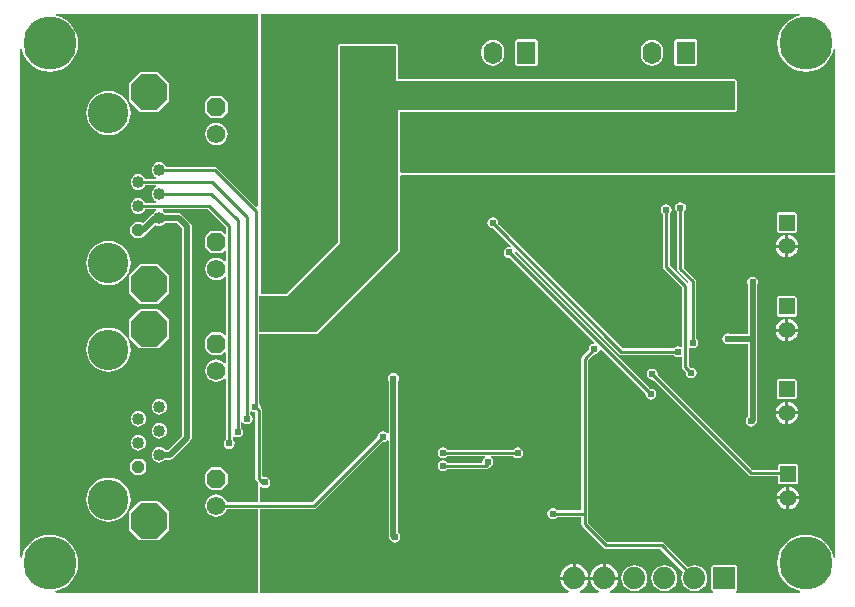
<source format=gbl>
G04 Layer_Physical_Order=2*
G04 Layer_Color=16711680*
%FSLAX25Y25*%
%MOIN*%
G70*
G01*
G75*
%ADD23C,0.02000*%
%ADD24C,0.01000*%
%ADD25C,0.11811*%
%ADD26C,0.17716*%
%ADD27C,0.07400*%
%ADD28R,0.07400X0.07400*%
%ADD29C,0.04000*%
%ADD30P,0.12784X8X292.5*%
%ADD31C,0.13500*%
%ADD32C,0.06200*%
%ADD33P,0.06711X8X292.5*%
%ADD34P,0.04330X8X292.5*%
%ADD35C,0.07874*%
%ADD36C,0.05512*%
%ADD37R,0.05512X0.05512*%
%ADD38R,0.06299X0.07402*%
%ADD39O,0.06299X0.07402*%
%ADD40C,0.02400*%
%ADD41C,0.01968*%
G36*
X261925Y194361D02*
X260142Y193820D01*
X258499Y192942D01*
X257059Y191760D01*
X255877Y190320D01*
X254999Y188676D01*
X254458Y186893D01*
X254275Y185039D01*
X254458Y183185D01*
X254999Y181402D01*
X255877Y179759D01*
X257059Y178319D01*
X258499Y177137D01*
X260142Y176259D01*
X261925Y175718D01*
X263779Y175535D01*
X265634Y175718D01*
X267417Y176259D01*
X269060Y177137D01*
X270500Y178319D01*
X271682Y179759D01*
X272560Y181402D01*
X273101Y183185D01*
X273584Y183108D01*
Y141732D01*
X129102Y141732D01*
X128602Y142175D01*
Y162343D01*
X240158D01*
X240617Y162533D01*
X240807Y162992D01*
X240807Y172441D01*
X240617Y172900D01*
X240158Y173090D01*
X127815Y173090D01*
X127815Y184252D01*
X127625Y184711D01*
X127165Y184901D01*
X108661D01*
X108202Y184711D01*
X108012Y184252D01*
X108012Y171653D01*
X108012Y171653D01*
X108012Y140945D01*
Y118773D01*
X90676Y101437D01*
X82284Y101437D01*
Y194843D01*
X261848Y194843D01*
X261925Y194361D01*
D02*
G37*
G36*
X81102Y130702D02*
X80640Y130510D01*
X67533Y143617D01*
X67169Y143861D01*
X66740Y143946D01*
X66740Y143946D01*
X50688D01*
X50610Y144136D01*
X50193Y144679D01*
X49650Y145096D01*
X49017Y145358D01*
X48339Y145447D01*
X47660Y145358D01*
X47027Y145096D01*
X46484Y144679D01*
X46068Y144136D01*
X45805Y143503D01*
X45716Y142824D01*
X45805Y142146D01*
X46068Y141513D01*
X46484Y140970D01*
X47027Y140553D01*
X47286Y140446D01*
X47187Y139946D01*
X43688D01*
X43610Y140136D01*
X43193Y140679D01*
X42650Y141095D01*
X42017Y141358D01*
X41339Y141447D01*
X40660Y141358D01*
X40027Y141095D01*
X39484Y140679D01*
X39068Y140136D01*
X38805Y139503D01*
X38716Y138824D01*
X38805Y138146D01*
X39068Y137513D01*
X39484Y136970D01*
X40027Y136553D01*
X40660Y136291D01*
X41339Y136202D01*
X42017Y136291D01*
X42650Y136553D01*
X43193Y136970D01*
X43610Y137513D01*
X43688Y137703D01*
X47187D01*
X47286Y137203D01*
X47027Y137095D01*
X46484Y136679D01*
X46068Y136136D01*
X45805Y135503D01*
X45716Y134824D01*
X45805Y134146D01*
X46068Y133513D01*
X46484Y132970D01*
X47027Y132553D01*
X47286Y132446D01*
X47187Y131946D01*
X43688D01*
X43610Y132136D01*
X43193Y132679D01*
X42650Y133096D01*
X42017Y133358D01*
X41339Y133447D01*
X40660Y133358D01*
X40027Y133096D01*
X39484Y132679D01*
X39068Y132136D01*
X38805Y131503D01*
X38716Y130824D01*
X38805Y130146D01*
X39068Y129513D01*
X39484Y128970D01*
X40027Y128553D01*
X40660Y128291D01*
X41339Y128202D01*
X42017Y128291D01*
X42650Y128553D01*
X43193Y128970D01*
X43610Y129513D01*
X43688Y129703D01*
X47187D01*
X47286Y129203D01*
X47027Y129095D01*
X46484Y128679D01*
X46228Y128344D01*
X46163Y128332D01*
X45634Y127978D01*
X42939Y125284D01*
X42798D01*
X42339Y125474D01*
X40339D01*
X39879Y125284D01*
X38879Y124284D01*
X38689Y123824D01*
Y121824D01*
X38879Y121365D01*
X39879Y120365D01*
X40339Y120175D01*
X42339D01*
X42798Y120365D01*
X43798Y121365D01*
X43918Y121656D01*
X43941Y121671D01*
X46912Y124642D01*
X47027Y124553D01*
X47660Y124291D01*
X48339Y124202D01*
X49017Y124291D01*
X49650Y124553D01*
X50193Y124970D01*
X50364Y125193D01*
X54112D01*
X55849Y123456D01*
Y54335D01*
X51104Y49590D01*
X50364D01*
X50193Y49813D01*
X49650Y50229D01*
X49017Y50491D01*
X48339Y50581D01*
X47660Y50491D01*
X47027Y50229D01*
X46484Y49813D01*
X46068Y49270D01*
X45805Y48637D01*
X45716Y47958D01*
X45805Y47280D01*
X46068Y46647D01*
X46484Y46104D01*
X47027Y45687D01*
X47660Y45425D01*
X48339Y45336D01*
X49017Y45425D01*
X49650Y45687D01*
X50193Y46104D01*
X50364Y46327D01*
X51780D01*
X52404Y46451D01*
X52933Y46805D01*
X58634Y52505D01*
X58987Y53035D01*
X59112Y53659D01*
Y124132D01*
X58987Y124756D01*
X58634Y125285D01*
X55941Y127978D01*
X55412Y128332D01*
X54787Y128456D01*
X50364D01*
X50193Y128679D01*
X49650Y129095D01*
X49391Y129203D01*
X49490Y129703D01*
X64496D01*
X70530Y123669D01*
Y121854D01*
X70069Y121663D01*
X69348Y122384D01*
X68889Y122574D01*
X65789D01*
X65329Y122384D01*
X63779Y120834D01*
X63589Y120374D01*
Y117274D01*
X63779Y116815D01*
X65329Y115265D01*
X65789Y115075D01*
X68889D01*
X69348Y115265D01*
X70069Y115986D01*
X70530Y115795D01*
Y112520D01*
X70057Y112360D01*
X69977Y112463D01*
X69204Y113056D01*
X68305Y113429D01*
X67339Y113556D01*
X66373Y113429D01*
X65473Y113056D01*
X64700Y112463D01*
X64107Y111690D01*
X63734Y110790D01*
X63607Y109824D01*
X63734Y108859D01*
X64107Y107958D01*
X64700Y107185D01*
X65473Y106593D01*
X66373Y106220D01*
X67339Y106093D01*
X68305Y106220D01*
X69204Y106593D01*
X69977Y107185D01*
X70057Y107289D01*
X70530Y107128D01*
Y87988D01*
X70069Y87797D01*
X69348Y88517D01*
X68889Y88708D01*
X65789D01*
X65329Y88517D01*
X63779Y86967D01*
X63589Y86508D01*
Y83408D01*
X63779Y82949D01*
X65329Y81399D01*
X65789Y81209D01*
X68889D01*
X69348Y81399D01*
X70069Y82120D01*
X70530Y81928D01*
Y78654D01*
X70057Y78494D01*
X69977Y78597D01*
X69204Y79190D01*
X68305Y79563D01*
X67339Y79690D01*
X66373Y79563D01*
X65473Y79190D01*
X64700Y78597D01*
X64107Y77824D01*
X63734Y76924D01*
X63607Y75958D01*
X63734Y74992D01*
X64107Y74092D01*
X64700Y73319D01*
X65473Y72726D01*
X66373Y72354D01*
X67339Y72226D01*
X68305Y72354D01*
X69204Y72726D01*
X69977Y73319D01*
X70057Y73423D01*
X70530Y73262D01*
Y53106D01*
X70354Y52988D01*
X69956Y52393D01*
X69817Y51691D01*
X69956Y50988D01*
X70354Y50393D01*
X70950Y49995D01*
X71652Y49855D01*
X72354Y49995D01*
X72950Y50393D01*
X73348Y50988D01*
X73487Y51691D01*
X73348Y52393D01*
X72950Y52988D01*
X72773Y53106D01*
Y54005D01*
X73273Y54222D01*
X73707Y53932D01*
X74410Y53792D01*
X75112Y53932D01*
X75707Y54330D01*
X76105Y54925D01*
X76245Y55628D01*
X76105Y56330D01*
X75707Y56925D01*
X75531Y57043D01*
Y58854D01*
X76031Y59005D01*
X76261Y58661D01*
X76857Y58263D01*
X77559Y58123D01*
X78261Y58263D01*
X78857Y58661D01*
X79255Y59256D01*
X79394Y59958D01*
X79255Y60661D01*
X78857Y61256D01*
X78681Y61374D01*
Y62270D01*
X79181Y62488D01*
X79613Y62200D01*
X80315Y62060D01*
X80374Y62011D01*
Y39880D01*
X80374Y39880D01*
X80460Y39450D01*
X80703Y39086D01*
X81102Y38687D01*
Y32080D01*
X70879D01*
X70570Y32824D01*
X69977Y33597D01*
X69204Y34190D01*
X68305Y34563D01*
X67339Y34690D01*
X66373Y34563D01*
X65473Y34190D01*
X64700Y33597D01*
X64107Y32824D01*
X63734Y31924D01*
X63607Y30958D01*
X63734Y29992D01*
X64107Y29092D01*
X64700Y28319D01*
X65473Y27726D01*
X66373Y27354D01*
X67339Y27226D01*
X68305Y27354D01*
X69204Y27726D01*
X69977Y28319D01*
X70570Y29092D01*
X70879Y29837D01*
X81102D01*
X81102Y2007D01*
X13742D01*
X13665Y2490D01*
X15448Y3030D01*
X17091Y3909D01*
X18531Y5091D01*
X19713Y6531D01*
X20592Y8174D01*
X21132Y9957D01*
X21315Y11811D01*
X21132Y13665D01*
X20592Y15448D01*
X19713Y17091D01*
X18531Y18531D01*
X17091Y19713D01*
X15448Y20592D01*
X13665Y21132D01*
X11811Y21315D01*
X9957Y21132D01*
X8174Y20592D01*
X6531Y19713D01*
X5091Y18531D01*
X3909Y17091D01*
X3030Y15448D01*
X2490Y13665D01*
X2007Y13742D01*
Y183108D01*
X2490Y183185D01*
X3030Y181402D01*
X3909Y179759D01*
X5091Y178319D01*
X6531Y177137D01*
X8174Y176259D01*
X9957Y175718D01*
X11811Y175535D01*
X13665Y175718D01*
X15448Y176259D01*
X17091Y177137D01*
X18531Y178319D01*
X19713Y179759D01*
X20592Y181402D01*
X21132Y183185D01*
X21315Y185039D01*
X21132Y186893D01*
X20592Y188676D01*
X19713Y190320D01*
X18531Y191760D01*
X17091Y192942D01*
X15448Y193820D01*
X13665Y194361D01*
X13742Y194843D01*
X81102Y194843D01*
X81102Y130702D01*
D02*
G37*
G36*
X273584Y13742D02*
X273101Y13665D01*
X272560Y15448D01*
X271682Y17091D01*
X270500Y18531D01*
X269060Y19713D01*
X267417Y20592D01*
X265634Y21132D01*
X263779Y21315D01*
X261925Y21132D01*
X260142Y20592D01*
X258499Y19713D01*
X257059Y18531D01*
X255877Y17091D01*
X254999Y15448D01*
X254458Y13665D01*
X254275Y11811D01*
X254458Y9957D01*
X254999Y8174D01*
X255877Y6531D01*
X257059Y5091D01*
X258499Y3909D01*
X260142Y3030D01*
X261925Y2490D01*
X261848Y2007D01*
X240608D01*
X240508Y2507D01*
X240852Y2649D01*
X241042Y3109D01*
Y10509D01*
X240852Y10968D01*
X240393Y11158D01*
X232993D01*
X232534Y10968D01*
X232344Y10509D01*
Y3109D01*
X232534Y2649D01*
X232877Y2507D01*
X232778Y2007D01*
X226995D01*
X226962Y2507D01*
X227815Y2619D01*
X228861Y3053D01*
X229760Y3742D01*
X230449Y4640D01*
X230882Y5686D01*
X231030Y6809D01*
X230882Y7931D01*
X230449Y8977D01*
X229760Y9876D01*
X228861Y10565D01*
X227815Y10998D01*
X226693Y11146D01*
X225570Y10998D01*
X224524Y10565D01*
X224524Y10564D01*
X216578Y18510D01*
X216214Y18753D01*
X215785Y18838D01*
X215785Y18838D01*
X197709D01*
X191279Y25268D01*
Y28346D01*
Y79457D01*
X193099Y81277D01*
X193307Y81236D01*
X194009Y81375D01*
X194605Y81773D01*
X195003Y82369D01*
X195111Y82911D01*
X195602Y83127D01*
X210411Y68318D01*
X210369Y68110D01*
X210509Y67408D01*
X210907Y66812D01*
X211502Y66415D01*
X212205Y66275D01*
X212907Y66415D01*
X213502Y66812D01*
X213900Y67408D01*
X214040Y68110D01*
X213900Y68813D01*
X213502Y69408D01*
X212907Y69806D01*
X212205Y69946D01*
X211997Y69904D01*
X166757Y115144D01*
X166759Y115170D01*
X166796Y115354D01*
X166778Y115443D01*
X166791Y115631D01*
X167207Y115853D01*
X201569Y81490D01*
X201569Y81490D01*
X201933Y81247D01*
X202362Y81162D01*
X202362Y81162D01*
X219844D01*
X219962Y80986D01*
X220557Y80588D01*
X221260Y80448D01*
X221962Y80588D01*
X222059Y80653D01*
X222500Y80417D01*
Y77165D01*
X222500Y77165D01*
X222586Y76736D01*
X222829Y76372D01*
X223797Y75405D01*
X223755Y75197D01*
X223895Y74494D01*
X224293Y73899D01*
X224888Y73501D01*
X225590Y73362D01*
X226293Y73501D01*
X226888Y73899D01*
X227286Y74494D01*
X227426Y75197D01*
X227286Y75899D01*
X226888Y76495D01*
X226293Y76892D01*
X225590Y77032D01*
X225383Y76991D01*
X224744Y77630D01*
Y83459D01*
X225244Y83727D01*
X225496Y83558D01*
X226198Y83418D01*
X226901Y83558D01*
X227496Y83956D01*
X227894Y84551D01*
X228034Y85254D01*
X227894Y85956D01*
X227496Y86551D01*
X227320Y86669D01*
Y105691D01*
X227320Y105691D01*
X227235Y106121D01*
X226992Y106484D01*
X226991Y106484D01*
X223169Y110307D01*
Y128900D01*
X223345Y129017D01*
X223743Y129613D01*
X223883Y130315D01*
X223743Y131017D01*
X223345Y131613D01*
X222750Y132010D01*
X222047Y132150D01*
X221345Y132010D01*
X220749Y131613D01*
X220352Y131017D01*
X220212Y130315D01*
X220352Y129613D01*
X220749Y129017D01*
X220926Y128900D01*
Y109843D01*
X220926Y109843D01*
X221011Y109413D01*
X221254Y109049D01*
X224831Y105473D01*
X224815Y105412D01*
X224763Y105375D01*
X224263Y105276D01*
X218444Y111094D01*
Y128112D01*
X218621Y128230D01*
X219018Y128825D01*
X219158Y129528D01*
X219018Y130230D01*
X218621Y130825D01*
X218025Y131223D01*
X217323Y131363D01*
X216620Y131223D01*
X216025Y130825D01*
X215627Y130230D01*
X215488Y129528D01*
X215627Y128825D01*
X216025Y128230D01*
X216201Y128112D01*
Y110630D01*
X216201Y110630D01*
X216287Y110201D01*
X216530Y109837D01*
X222500Y103866D01*
Y84150D01*
X222059Y83914D01*
X221962Y83979D01*
X221260Y84119D01*
X220557Y83979D01*
X219962Y83581D01*
X219844Y83405D01*
X202827D01*
X161243Y124989D01*
X161284Y125197D01*
X161144Y125899D01*
X160747Y126495D01*
X160151Y126892D01*
X159449Y127032D01*
X158747Y126892D01*
X158151Y126495D01*
X157753Y125899D01*
X157614Y125197D01*
X157753Y124495D01*
X158151Y123899D01*
X158747Y123501D01*
X159449Y123362D01*
X159657Y123403D01*
X165459Y117600D01*
X165213Y117139D01*
X164961Y117190D01*
X164258Y117050D01*
X163663Y116652D01*
X163265Y116057D01*
X163125Y115354D01*
X163265Y114652D01*
X163663Y114057D01*
X164258Y113659D01*
X164961Y113519D01*
X165168Y113560D01*
X193363Y85366D01*
X193147Y84874D01*
X192605Y84766D01*
X192009Y84369D01*
X191612Y83773D01*
X191472Y83071D01*
X191513Y82863D01*
X189364Y80714D01*
X189121Y80351D01*
X189036Y79921D01*
X189036Y79921D01*
Y29468D01*
X180943D01*
X180825Y29644D01*
X180230Y30042D01*
X179528Y30182D01*
X178825Y30042D01*
X178230Y29644D01*
X177832Y29049D01*
X177692Y28346D01*
X177832Y27644D01*
X178230Y27049D01*
X178825Y26651D01*
X179528Y26511D01*
X180230Y26651D01*
X180825Y27049D01*
X180943Y27225D01*
X189036D01*
Y24803D01*
X189036Y24803D01*
X189121Y24374D01*
X189364Y24010D01*
X196451Y16924D01*
X196815Y16680D01*
X197244Y16595D01*
X197244Y16595D01*
X215320D01*
X222937Y8978D01*
X222937Y8977D01*
X222504Y7931D01*
X222356Y6809D01*
X222504Y5686D01*
X222937Y4640D01*
X223626Y3742D01*
X224524Y3053D01*
X225570Y2619D01*
X226424Y2507D01*
X226391Y2007D01*
X216995D01*
X216962Y2507D01*
X217815Y2619D01*
X218862Y3053D01*
X219760Y3742D01*
X220449Y4640D01*
X220882Y5686D01*
X221030Y6809D01*
X220882Y7931D01*
X220449Y8977D01*
X219760Y9876D01*
X218862Y10565D01*
X217815Y10998D01*
X216693Y11146D01*
X215570Y10998D01*
X214524Y10565D01*
X213626Y9876D01*
X212937Y8977D01*
X212504Y7931D01*
X212356Y6809D01*
X212504Y5686D01*
X212937Y4640D01*
X213626Y3742D01*
X214524Y3053D01*
X215570Y2619D01*
X216424Y2507D01*
X216391Y2007D01*
X206995D01*
X206962Y2507D01*
X207815Y2619D01*
X208861Y3053D01*
X209760Y3742D01*
X210449Y4640D01*
X210882Y5686D01*
X211030Y6809D01*
X210882Y7931D01*
X210449Y8977D01*
X209760Y9876D01*
X208861Y10565D01*
X207815Y10998D01*
X206693Y11146D01*
X205570Y10998D01*
X204524Y10565D01*
X203626Y9876D01*
X202937Y8977D01*
X202504Y7931D01*
X202356Y6809D01*
X202504Y5686D01*
X202937Y4640D01*
X203626Y3742D01*
X204524Y3053D01*
X205570Y2619D01*
X206424Y2507D01*
X206391Y2007D01*
X198689D01*
X198590Y2507D01*
X199063Y2703D01*
X200045Y3457D01*
X200798Y4438D01*
X201272Y5582D01*
X201368Y6309D01*
X196693D01*
X192018D01*
X192114Y5582D01*
X192587Y4438D01*
X193341Y3457D01*
X194323Y2703D01*
X194796Y2507D01*
X194697Y2007D01*
X188689D01*
X188590Y2507D01*
X189063Y2703D01*
X190045Y3457D01*
X190798Y4438D01*
X191272Y5582D01*
X191368Y6309D01*
X186693D01*
X182018D01*
X182114Y5582D01*
X182588Y4438D01*
X183341Y3457D01*
X184323Y2703D01*
X184796Y2507D01*
X184697Y2007D01*
X81752D01*
X81752Y29837D01*
X99856D01*
X99856Y29837D01*
X100285Y29922D01*
X100649Y30165D01*
X122627Y52143D01*
X122835Y52102D01*
X123537Y52241D01*
X124132Y52639D01*
X124247Y52810D01*
X124747Y52659D01*
Y20866D01*
X124871Y20242D01*
X125030Y20004D01*
X125076Y19770D01*
X125474Y19175D01*
X126069Y18777D01*
X126772Y18637D01*
X127474Y18777D01*
X128069Y19175D01*
X128467Y19770D01*
X128607Y20472D01*
X128467Y21175D01*
X128069Y21770D01*
X128009Y21810D01*
Y72546D01*
X128074Y72642D01*
X128213Y73344D01*
X128074Y74046D01*
X127676Y74642D01*
X127080Y75040D01*
X126378Y75179D01*
X125676Y75040D01*
X125080Y74642D01*
X124682Y74046D01*
X124543Y73344D01*
X124682Y72642D01*
X124747Y72546D01*
Y55216D01*
X124247Y55064D01*
X124132Y55235D01*
X123537Y55633D01*
X122835Y55772D01*
X122132Y55633D01*
X121537Y55235D01*
X121139Y54639D01*
X120999Y53937D01*
X121041Y53729D01*
X99391Y32080D01*
X81752D01*
Y37122D01*
X81939Y37248D01*
X82252Y37344D01*
X82762Y37003D01*
X83465Y36863D01*
X84167Y37003D01*
X84762Y37401D01*
X85160Y37996D01*
X85300Y38698D01*
X85160Y39401D01*
X84762Y39996D01*
X84167Y40394D01*
X83465Y40534D01*
X83118Y40465D01*
X82618Y40853D01*
Y62714D01*
X82618Y62714D01*
X82532Y63143D01*
X82289Y63507D01*
X82289Y63507D01*
X82109Y63687D01*
X82150Y63895D01*
X82011Y64598D01*
X81633Y65162D01*
Y88327D01*
X100787D01*
X101247Y88517D01*
X128412Y115682D01*
X128602Y116142D01*
Y140741D01*
X128683Y140863D01*
X128924Y141034D01*
X129102Y141083D01*
X273584Y141083D01*
Y13742D01*
D02*
G37*
G36*
X127165Y172441D02*
X240158Y172441D01*
X240158Y162992D01*
X127953D01*
Y140945D01*
Y116142D01*
X100787Y88976D01*
X81633D01*
Y100787D01*
X90945Y100787D01*
X108661Y118504D01*
Y140945D01*
X108661Y171653D01*
X108661D01*
X108661Y184252D01*
X127165D01*
X127165Y172441D01*
D02*
G37*
%LPC*%
G36*
X226992Y186356D02*
X220693D01*
X220234Y186165D01*
X220043Y185706D01*
Y178305D01*
X220234Y177846D01*
X220693Y177655D01*
X226992D01*
X227451Y177846D01*
X227642Y178305D01*
Y185706D01*
X227451Y186165D01*
X226992Y186356D01*
D02*
G37*
G36*
X173843D02*
X167543D01*
X167084Y186165D01*
X166894Y185706D01*
Y178305D01*
X167084Y177846D01*
X167543Y177655D01*
X173843D01*
X174302Y177846D01*
X174492Y178305D01*
Y185706D01*
X174302Y186165D01*
X173843Y186356D01*
D02*
G37*
G36*
X212598Y186339D02*
X211620Y186210D01*
X210707Y185832D01*
X209924Y185231D01*
X209323Y184448D01*
X208945Y183536D01*
X208817Y182557D01*
Y181454D01*
X208945Y180475D01*
X209323Y179563D01*
X209924Y178780D01*
X210707Y178179D01*
X211620Y177801D01*
X212598Y177672D01*
X213577Y177801D01*
X214489Y178179D01*
X215273Y178780D01*
X215874Y179563D01*
X216251Y180475D01*
X216380Y181454D01*
Y182557D01*
X216251Y183536D01*
X215874Y184448D01*
X215273Y185231D01*
X214489Y185832D01*
X213577Y186210D01*
X212598Y186339D01*
D02*
G37*
G36*
X159449D02*
X158470Y186210D01*
X157558Y185832D01*
X156775Y185231D01*
X156174Y184448D01*
X155796Y183536D01*
X155667Y182557D01*
Y181454D01*
X155796Y180475D01*
X156174Y179563D01*
X156775Y178780D01*
X157558Y178179D01*
X158470Y177801D01*
X159449Y177672D01*
X160428Y177801D01*
X161340Y178179D01*
X162123Y178780D01*
X162724Y179563D01*
X163102Y180475D01*
X163231Y181454D01*
Y182557D01*
X163102Y183536D01*
X162724Y184448D01*
X162123Y185231D01*
X161340Y185832D01*
X160428Y186210D01*
X159449Y186339D01*
D02*
G37*
G36*
X48339Y58581D02*
X47660Y58491D01*
X47027Y58229D01*
X46484Y57813D01*
X46068Y57270D01*
X45805Y56637D01*
X45716Y55958D01*
X45805Y55279D01*
X46068Y54647D01*
X46484Y54104D01*
X47027Y53687D01*
X47660Y53425D01*
X48339Y53336D01*
X49017Y53425D01*
X49650Y53687D01*
X50193Y54104D01*
X50610Y54647D01*
X50872Y55279D01*
X50961Y55958D01*
X50872Y56637D01*
X50610Y57270D01*
X50193Y57813D01*
X49650Y58229D01*
X49017Y58491D01*
X48339Y58581D01*
D02*
G37*
G36*
X41339Y62581D02*
X40660Y62491D01*
X40027Y62229D01*
X39484Y61813D01*
X39068Y61269D01*
X38805Y60637D01*
X38716Y59958D01*
X38805Y59280D01*
X39068Y58647D01*
X39484Y58104D01*
X40027Y57687D01*
X40660Y57425D01*
X41339Y57336D01*
X42017Y57425D01*
X42650Y57687D01*
X43193Y58104D01*
X43610Y58647D01*
X43872Y59280D01*
X43961Y59958D01*
X43872Y60637D01*
X43610Y61269D01*
X43193Y61813D01*
X42650Y62229D01*
X42017Y62491D01*
X41339Y62581D01*
D02*
G37*
G36*
X42339Y46608D02*
X40339D01*
X39879Y46417D01*
X38879Y45417D01*
X38689Y44958D01*
Y42958D01*
X38879Y42499D01*
X39879Y41499D01*
X40339Y41309D01*
X42339D01*
X42798Y41499D01*
X43798Y42499D01*
X43988Y42958D01*
Y44958D01*
X43798Y45417D01*
X42798Y46417D01*
X42663Y46473D01*
X42339Y46608D01*
D02*
G37*
G36*
X41339Y54581D02*
X40660Y54491D01*
X40027Y54229D01*
X39484Y53813D01*
X39068Y53269D01*
X38805Y52637D01*
X38716Y51958D01*
X38805Y51279D01*
X39068Y50647D01*
X39484Y50104D01*
X40027Y49687D01*
X40660Y49425D01*
X41339Y49336D01*
X42017Y49425D01*
X42650Y49687D01*
X43193Y50104D01*
X43610Y50647D01*
X43872Y51279D01*
X43961Y51958D01*
X43872Y52637D01*
X43610Y53269D01*
X43193Y53813D01*
X42650Y54229D01*
X42017Y54491D01*
X41339Y54581D01*
D02*
G37*
G36*
X48339Y66581D02*
X47660Y66491D01*
X47027Y66229D01*
X46484Y65813D01*
X46068Y65270D01*
X45805Y64637D01*
X45716Y63958D01*
X45805Y63279D01*
X46068Y62647D01*
X46484Y62104D01*
X47027Y61687D01*
X47660Y61425D01*
X48339Y61336D01*
X49017Y61425D01*
X49650Y61687D01*
X50193Y62104D01*
X50610Y62647D01*
X50872Y63279D01*
X50961Y63958D01*
X50872Y64637D01*
X50610Y65270D01*
X50193Y65813D01*
X49650Y66229D01*
X49017Y66491D01*
X48339Y66581D01*
D02*
G37*
G36*
X47791Y32513D02*
X41886D01*
X41427Y32323D01*
X38474Y29370D01*
X38284Y28911D01*
Y23006D01*
X38474Y22546D01*
X41427Y19593D01*
X41886Y19403D01*
X47791D01*
X48250Y19593D01*
X51203Y22546D01*
X51394Y23006D01*
Y28911D01*
X51203Y29370D01*
X48250Y32323D01*
X47791Y32513D01*
D02*
G37*
G36*
X31339Y40344D02*
X29898Y40202D01*
X28512Y39782D01*
X27235Y39099D01*
X26116Y38181D01*
X25198Y37062D01*
X24515Y35785D01*
X24095Y34399D01*
X23953Y32958D01*
X24095Y31517D01*
X24515Y30132D01*
X25198Y28855D01*
X26116Y27736D01*
X27235Y26817D01*
X28512Y26135D01*
X29898Y25715D01*
X31339Y25573D01*
X32779Y25715D01*
X34165Y26135D01*
X35442Y26817D01*
X36561Y27736D01*
X37479Y28855D01*
X38162Y30132D01*
X38582Y31517D01*
X38724Y32958D01*
X38582Y34399D01*
X38162Y35785D01*
X37479Y37062D01*
X36561Y38181D01*
X35442Y39099D01*
X34165Y39782D01*
X32779Y40202D01*
X31339Y40344D01*
D02*
G37*
G36*
X68889Y43708D02*
X65789D01*
X65329Y43518D01*
X63779Y41967D01*
X63589Y41508D01*
Y38408D01*
X63779Y37949D01*
X65329Y36399D01*
X65789Y36209D01*
X68889D01*
X69348Y36399D01*
X70898Y37949D01*
X71088Y38408D01*
Y41508D01*
X70898Y41967D01*
X69348Y43518D01*
X68889Y43708D01*
D02*
G37*
G36*
X47791Y175379D02*
X41886D01*
X41427Y175189D01*
X38474Y172236D01*
X38284Y171777D01*
Y165872D01*
X38474Y165412D01*
X41427Y162460D01*
X41886Y162269D01*
X47791D01*
X48250Y162460D01*
X51203Y165412D01*
X51394Y165872D01*
Y171777D01*
X51203Y172236D01*
X48250Y175189D01*
X47791Y175379D01*
D02*
G37*
G36*
X68889Y167574D02*
X65789D01*
X65329Y167384D01*
X63779Y165834D01*
X63589Y165374D01*
Y162274D01*
X63779Y161815D01*
X65329Y160265D01*
X65789Y160075D01*
X68889D01*
X69348Y160265D01*
X70898Y161815D01*
X71088Y162274D01*
Y165374D01*
X70898Y165834D01*
X69348Y167384D01*
X68889Y167574D01*
D02*
G37*
G36*
X67339Y158556D02*
X66373Y158429D01*
X65473Y158056D01*
X64700Y157463D01*
X64107Y156690D01*
X63734Y155790D01*
X63607Y154824D01*
X63734Y153858D01*
X64107Y152958D01*
X64700Y152185D01*
X65473Y151593D01*
X66373Y151220D01*
X67339Y151093D01*
X68305Y151220D01*
X69204Y151593D01*
X69977Y152185D01*
X70570Y152958D01*
X70943Y153858D01*
X71070Y154824D01*
X70943Y155790D01*
X70570Y156690D01*
X69977Y157463D01*
X69204Y158056D01*
X68305Y158429D01*
X67339Y158556D01*
D02*
G37*
G36*
X31339Y169210D02*
X29898Y169068D01*
X28512Y168648D01*
X27235Y167965D01*
X26116Y167047D01*
X25198Y165928D01*
X24515Y164651D01*
X24095Y163265D01*
X23953Y161824D01*
X24095Y160384D01*
X24515Y158998D01*
X25198Y157721D01*
X26116Y156602D01*
X27235Y155684D01*
X28512Y155001D01*
X29898Y154581D01*
X31339Y154439D01*
X32779Y154581D01*
X34165Y155001D01*
X35442Y155684D01*
X36561Y156602D01*
X37479Y157721D01*
X38162Y158998D01*
X38582Y160384D01*
X38724Y161824D01*
X38582Y163265D01*
X38162Y164651D01*
X37479Y165928D01*
X36561Y167047D01*
X35442Y167965D01*
X34165Y168648D01*
X32779Y169068D01*
X31339Y169210D01*
D02*
G37*
G36*
Y119210D02*
X29898Y119068D01*
X28512Y118648D01*
X27235Y117965D01*
X26116Y117047D01*
X25198Y115928D01*
X24515Y114651D01*
X24095Y113265D01*
X23953Y111824D01*
X24095Y110384D01*
X24515Y108998D01*
X25198Y107721D01*
X26116Y106602D01*
X27235Y105684D01*
X28512Y105001D01*
X29898Y104581D01*
X31339Y104439D01*
X32779Y104581D01*
X34165Y105001D01*
X35442Y105684D01*
X36561Y106602D01*
X37479Y107721D01*
X38162Y108998D01*
X38582Y110384D01*
X38724Y111824D01*
X38582Y113265D01*
X38162Y114651D01*
X37479Y115928D01*
X36561Y117047D01*
X35442Y117965D01*
X34165Y118648D01*
X32779Y119068D01*
X31339Y119210D01*
D02*
G37*
G36*
Y90344D02*
X29898Y90202D01*
X28512Y89782D01*
X27235Y89099D01*
X26116Y88181D01*
X25198Y87062D01*
X24515Y85785D01*
X24095Y84399D01*
X23953Y82958D01*
X24095Y81517D01*
X24515Y80132D01*
X25198Y78855D01*
X26116Y77736D01*
X27235Y76817D01*
X28512Y76135D01*
X29898Y75715D01*
X31339Y75573D01*
X32779Y75715D01*
X34165Y76135D01*
X35442Y76817D01*
X36561Y77736D01*
X37479Y78855D01*
X38162Y80132D01*
X38582Y81517D01*
X38724Y82958D01*
X38582Y84399D01*
X38162Y85785D01*
X37479Y87062D01*
X36561Y88181D01*
X35442Y89099D01*
X34165Y89782D01*
X32779Y90202D01*
X31339Y90344D01*
D02*
G37*
G36*
X47791Y96513D02*
X41886D01*
X41427Y96323D01*
X38474Y93370D01*
X38284Y92911D01*
Y87006D01*
X38474Y86546D01*
X41427Y83593D01*
X41886Y83403D01*
X47791D01*
X48250Y83593D01*
X51203Y86546D01*
X51394Y87006D01*
Y92911D01*
X51203Y93370D01*
X48250Y96323D01*
X47791Y96513D01*
D02*
G37*
G36*
Y111379D02*
X41886D01*
X41427Y111189D01*
X38474Y108236D01*
X38284Y107777D01*
Y101872D01*
X38474Y101412D01*
X41427Y98460D01*
X41886Y98269D01*
X47791D01*
X48250Y98460D01*
X51203Y101412D01*
X51394Y101872D01*
Y107777D01*
X51203Y108236D01*
X48250Y111189D01*
X47791Y111379D01*
D02*
G37*
G36*
X167717Y50376D02*
X167014Y50236D01*
X166419Y49839D01*
X166301Y49663D01*
X144329D01*
X144211Y49839D01*
X143616Y50236D01*
X142913Y50376D01*
X142211Y50236D01*
X141616Y49839D01*
X141218Y49243D01*
X141078Y48541D01*
X141218Y47839D01*
X141616Y47243D01*
X142211Y46845D01*
X142913Y46706D01*
X143616Y46845D01*
X144211Y47243D01*
X144329Y47419D01*
X156769D01*
X156921Y46919D01*
X156576Y46689D01*
X156178Y46094D01*
X156039Y45391D01*
X155990Y45332D01*
X144329D01*
X144211Y45508D01*
X143616Y45906D01*
X142913Y46046D01*
X142211Y45906D01*
X141616Y45508D01*
X141218Y44913D01*
X141078Y44210D01*
X141218Y43508D01*
X141616Y42913D01*
X142211Y42515D01*
X142913Y42375D01*
X143616Y42515D01*
X144211Y42913D01*
X144329Y43089D01*
X157087D01*
X157087Y43089D01*
X157516Y43174D01*
X157880Y43417D01*
X158054Y43592D01*
X158576Y43696D01*
X159172Y44094D01*
X159570Y44689D01*
X159709Y45391D01*
X159570Y46094D01*
X159172Y46689D01*
X158827Y46919D01*
X158979Y47419D01*
X166301D01*
X166419Y47243D01*
X167014Y46845D01*
X167717Y46706D01*
X168419Y46845D01*
X169014Y47243D01*
X169412Y47839D01*
X169552Y48541D01*
X169412Y49243D01*
X169014Y49839D01*
X168419Y50236D01*
X167717Y50376D01*
D02*
G37*
G36*
X256980Y61427D02*
X253758D01*
X253821Y60946D01*
X254200Y60033D01*
X254802Y59248D01*
X255586Y58646D01*
X256500Y58268D01*
X256980Y58204D01*
Y61427D01*
D02*
G37*
G36*
X257980Y65649D02*
Y62427D01*
X261203D01*
X261140Y62907D01*
X260761Y63821D01*
X260159Y64605D01*
X259374Y65208D01*
X258461Y65586D01*
X257980Y65649D01*
D02*
G37*
G36*
X260236Y73206D02*
X254724D01*
X254265Y73016D01*
X254075Y72557D01*
Y67045D01*
X254265Y66586D01*
X254724Y66395D01*
X260236D01*
X260695Y66586D01*
X260886Y67045D01*
Y72557D01*
X260695Y73016D01*
X260236Y73206D01*
D02*
G37*
G36*
X256980Y65649D02*
X256500Y65586D01*
X255586Y65208D01*
X254802Y64605D01*
X254200Y63821D01*
X253821Y62907D01*
X253758Y62427D01*
X256980D01*
Y65649D01*
D02*
G37*
G36*
X261203Y61427D02*
X257980D01*
Y58204D01*
X258461Y58268D01*
X259374Y58646D01*
X260159Y59248D01*
X260761Y60033D01*
X261140Y60946D01*
X261203Y61427D01*
D02*
G37*
G36*
X212598Y76638D02*
X211896Y76499D01*
X211301Y76101D01*
X210903Y75506D01*
X210763Y74803D01*
X210903Y74101D01*
X211301Y73505D01*
X211896Y73108D01*
X212598Y72968D01*
X212806Y73009D01*
X244760Y41055D01*
X244760Y41055D01*
X245124Y40812D01*
X245554Y40727D01*
X254469D01*
Y38698D01*
X254659Y38239D01*
X255118Y38049D01*
X260630D01*
X261089Y38239D01*
X261279Y38698D01*
Y44210D01*
X261089Y44669D01*
X260630Y44860D01*
X255118D01*
X254659Y44669D01*
X254469Y44210D01*
Y42970D01*
X246018D01*
X214392Y74595D01*
X214434Y74803D01*
X214294Y75506D01*
X213896Y76101D01*
X213301Y76499D01*
X212598Y76638D01*
D02*
G37*
G36*
X197193Y11483D02*
Y7309D01*
X201368D01*
X201272Y8036D01*
X200798Y9179D01*
X200045Y10161D01*
X199063Y10914D01*
X197920Y11388D01*
X197193Y11483D01*
D02*
G37*
G36*
X187193D02*
Y7309D01*
X191368D01*
X191272Y8036D01*
X190798Y9179D01*
X190045Y10161D01*
X189063Y10914D01*
X187920Y11388D01*
X187193Y11483D01*
D02*
G37*
G36*
X186193Y11483D02*
X185466Y11388D01*
X184323Y10914D01*
X183341Y10161D01*
X182588Y9179D01*
X182114Y8036D01*
X182018Y7309D01*
X186193D01*
Y11483D01*
D02*
G37*
G36*
X196193D02*
X195466Y11388D01*
X194323Y10914D01*
X193341Y10161D01*
X192587Y9179D01*
X192114Y8036D01*
X192018Y7309D01*
X196193D01*
Y11483D01*
D02*
G37*
G36*
X258374Y37303D02*
Y34080D01*
X261596D01*
X261533Y34561D01*
X261155Y35475D01*
X260553Y36259D01*
X259768Y36861D01*
X258855Y37240D01*
X258374Y37303D01*
D02*
G37*
G36*
X257374Y37303D02*
X256893Y37240D01*
X255980Y36861D01*
X255195Y36259D01*
X254593Y35475D01*
X254215Y34561D01*
X254152Y34080D01*
X257374D01*
Y37303D01*
D02*
G37*
G36*
X261596Y33080D02*
X258374D01*
Y29858D01*
X258855Y29921D01*
X259768Y30299D01*
X260553Y30902D01*
X261155Y31686D01*
X261533Y32600D01*
X261596Y33080D01*
D02*
G37*
G36*
X257374D02*
X254152D01*
X254215Y32600D01*
X254593Y31686D01*
X255195Y30902D01*
X255980Y30299D01*
X256893Y29921D01*
X257374Y29858D01*
Y33080D01*
D02*
G37*
G36*
X257980Y121161D02*
Y117939D01*
X261203D01*
X261140Y118419D01*
X260761Y119333D01*
X260159Y120117D01*
X259374Y120719D01*
X258461Y121098D01*
X257980Y121161D01*
D02*
G37*
G36*
X260236Y128718D02*
X254724D01*
X254265Y128528D01*
X254075Y128068D01*
Y122557D01*
X254265Y122098D01*
X254724Y121907D01*
X260236D01*
X260695Y122098D01*
X260886Y122557D01*
Y128068D01*
X260695Y128528D01*
X260236Y128718D01*
D02*
G37*
G36*
X256980Y121161D02*
X256500Y121098D01*
X255586Y120719D01*
X254802Y120117D01*
X254200Y119333D01*
X253821Y118419D01*
X253758Y117939D01*
X256980D01*
Y121161D01*
D02*
G37*
G36*
X261203Y116939D02*
X257980D01*
Y113716D01*
X258461Y113779D01*
X259374Y114158D01*
X260159Y114760D01*
X260761Y115544D01*
X261140Y116458D01*
X261203Y116939D01*
D02*
G37*
G36*
X256980D02*
X253758D01*
X253821Y116458D01*
X254200Y115544D01*
X254802Y114760D01*
X255586Y114158D01*
X256500Y113779D01*
X256980Y113716D01*
Y116939D01*
D02*
G37*
G36*
X256980Y88986D02*
X253758D01*
X253821Y88505D01*
X254200Y87592D01*
X254802Y86807D01*
X255586Y86205D01*
X256500Y85827D01*
X256980Y85763D01*
Y88986D01*
D02*
G37*
G36*
X261203D02*
X257980D01*
Y85763D01*
X258461Y85827D01*
X259374Y86205D01*
X260159Y86807D01*
X260761Y87592D01*
X261140Y88505D01*
X261203Y88986D01*
D02*
G37*
G36*
X246063Y107347D02*
X245361Y107207D01*
X244765Y106809D01*
X244367Y106214D01*
X244228Y105512D01*
X244367Y104809D01*
X244432Y104713D01*
Y88245D01*
X238594D01*
X238498Y88310D01*
X237795Y88449D01*
X237093Y88310D01*
X236498Y87912D01*
X236100Y87317D01*
X235960Y86614D01*
X236100Y85912D01*
X236498Y85316D01*
X237093Y84919D01*
X237795Y84779D01*
X238498Y84919D01*
X238594Y84983D01*
X244432D01*
Y60393D01*
X244372Y60353D01*
X243974Y59757D01*
X243834Y59055D01*
X243974Y58353D01*
X244372Y57757D01*
X244967Y57360D01*
X245669Y57220D01*
X246372Y57360D01*
X246967Y57757D01*
X247365Y58353D01*
X247413Y58597D01*
X247570Y58831D01*
X247694Y59456D01*
Y86614D01*
X247655Y86811D01*
X247694Y87008D01*
Y104713D01*
X247759Y104809D01*
X247898Y105512D01*
X247759Y106214D01*
X247361Y106809D01*
X246765Y107207D01*
X246063Y107347D01*
D02*
G37*
G36*
X260236Y100765D02*
X254724D01*
X254265Y100575D01*
X254075Y100116D01*
Y94604D01*
X254265Y94145D01*
X254724Y93954D01*
X260236D01*
X260695Y94145D01*
X260886Y94604D01*
Y100116D01*
X260695Y100575D01*
X260236Y100765D01*
D02*
G37*
G36*
X256980Y93208D02*
X256500Y93145D01*
X255586Y92767D01*
X254802Y92165D01*
X254200Y91380D01*
X253821Y90466D01*
X253758Y89986D01*
X256980D01*
Y93208D01*
D02*
G37*
G36*
X257980D02*
Y89986D01*
X261203D01*
X261140Y90466D01*
X260761Y91380D01*
X260159Y92165D01*
X259374Y92767D01*
X258461Y93145D01*
X257980Y93208D01*
D02*
G37*
%LPD*%
D23*
X271654Y35433D02*
Y62992D01*
Y86614D02*
Y118110D01*
X228346Y31496D02*
Y47244D01*
X212598Y31496D02*
Y47244D01*
X196850Y31496D02*
Y47244D01*
X237795Y86614D02*
X246063D01*
X126378Y20866D02*
Y73344D01*
Y20866D02*
X126772Y20472D01*
X192913Y181102D02*
X192913Y181102D01*
X246063Y59456D02*
Y86614D01*
Y87008D02*
Y105512D01*
X245669Y59062D02*
X246063Y59456D01*
X245669Y59055D02*
Y59062D01*
X46787Y126824D02*
X48339D01*
X42787Y122824D02*
X46787Y126824D01*
X41339Y122824D02*
X42787D01*
X57480Y53659D02*
Y124132D01*
X51780Y47958D02*
X57480Y53659D01*
X48339Y47958D02*
X51780D01*
X54787Y126824D02*
X57480Y124132D01*
X48339Y126824D02*
X54787D01*
D24*
X223622Y77165D02*
Y104331D01*
Y77165D02*
X225590Y75197D01*
X99856Y30958D02*
X122835Y53937D01*
X67339Y30958D02*
X99856D01*
X80512Y64092D02*
Y129053D01*
X217323Y110630D02*
Y129528D01*
Y110630D02*
X223622Y104331D01*
X222047Y109843D02*
Y130315D01*
Y109843D02*
X226198Y105691D01*
X190157Y24803D02*
Y28346D01*
Y24803D02*
X197244Y17717D01*
X226198Y85254D02*
Y105691D01*
X159449Y125197D02*
X202362Y82284D01*
X221260D01*
X197244Y17717D02*
X215785D01*
X179528Y28346D02*
X190157D01*
Y79921D01*
X193307Y83071D01*
X215785Y17717D02*
X226693Y6809D01*
X164961Y115354D02*
X212205Y68110D01*
X245554Y41848D02*
X259055D01*
X212598Y74803D02*
X245554Y41848D01*
X142913Y48541D02*
X167717D01*
X157874Y44998D02*
Y45391D01*
X157087Y44210D02*
X157874Y44998D01*
X142913Y44210D02*
X157087D01*
X80315Y63895D02*
X80512Y64092D01*
X66740Y142824D02*
X80512Y129053D01*
X48339Y142824D02*
X66740D01*
X77559Y59958D02*
Y127281D01*
X66016Y138824D02*
X77559Y127281D01*
X41339Y138824D02*
X66016D01*
X74410Y55628D02*
Y126100D01*
X65685Y134824D02*
X74410Y126100D01*
X48339Y134824D02*
X65685D01*
X71652Y51691D02*
Y124133D01*
X64961Y130824D02*
X71652Y124133D01*
X41339Y130824D02*
X64961D01*
X82677Y38698D02*
X83465D01*
X81496Y39880D02*
X82677Y38698D01*
X80315Y63895D02*
X81496Y62714D01*
Y39880D02*
Y62714D01*
D25*
X116535Y177165D02*
D03*
X100787D02*
D03*
D26*
X11811Y185039D02*
D03*
Y11811D02*
D03*
X263779D02*
D03*
Y185039D02*
D03*
D27*
X186693Y6809D02*
D03*
X196693D02*
D03*
X206693D02*
D03*
X216693D02*
D03*
X226693D02*
D03*
D28*
X236693D02*
D03*
D29*
X48339Y126824D02*
D03*
Y134824D02*
D03*
Y142824D02*
D03*
Y150824D02*
D03*
X41339Y146824D02*
D03*
Y130824D02*
D03*
Y138824D02*
D03*
X48339Y47958D02*
D03*
Y55958D02*
D03*
Y63958D02*
D03*
Y71958D02*
D03*
X41339Y67958D02*
D03*
Y51958D02*
D03*
Y59958D02*
D03*
D30*
X44839Y168824D02*
D03*
Y104824D02*
D03*
Y89958D02*
D03*
Y25958D02*
D03*
D31*
X31339Y111824D02*
D03*
Y161824D02*
D03*
Y32958D02*
D03*
Y82958D02*
D03*
D32*
X67339Y109824D02*
D03*
Y154824D02*
D03*
Y30958D02*
D03*
Y75958D02*
D03*
D33*
Y118824D02*
D03*
Y163824D02*
D03*
Y39958D02*
D03*
Y84958D02*
D03*
D34*
X41339Y122824D02*
D03*
Y43958D02*
D03*
D35*
X100984Y137008D02*
D03*
X114764D02*
D03*
D36*
X257874Y33580D02*
D03*
X257480Y61927D02*
D03*
Y89486D02*
D03*
Y117439D02*
D03*
D37*
X257874Y41454D02*
D03*
X257480Y69801D02*
D03*
Y97360D02*
D03*
Y125313D02*
D03*
D38*
X223843Y182006D02*
D03*
X170693D02*
D03*
D39*
X212598D02*
D03*
X159449D02*
D03*
D40*
X88976Y92126D02*
D03*
X175591Y124409D02*
D03*
X149606Y126378D02*
D03*
X244094Y137795D02*
D03*
Y133858D02*
D03*
X149606Y130709D02*
D03*
X144882Y125984D02*
D03*
X149606Y139370D02*
D03*
X248031Y137795D02*
D03*
Y133858D02*
D03*
X236221Y118110D02*
D03*
X196850D02*
D03*
Y137795D02*
D03*
X228346Y31496D02*
D03*
Y47244D02*
D03*
X212598Y31496D02*
D03*
Y47244D02*
D03*
X196850D02*
D03*
Y31496D02*
D03*
X237795Y86614D02*
D03*
X220866Y77559D02*
D03*
X183071Y108268D02*
D03*
Y117323D02*
D03*
X184646Y88583D02*
D03*
X179921Y80315D02*
D03*
X168898Y80709D02*
D03*
X163779Y89370D02*
D03*
Y98819D02*
D03*
Y108661D02*
D03*
X149606Y135039D02*
D03*
X163779Y45669D02*
D03*
X177953Y67323D02*
D03*
X140157Y82284D02*
D03*
Y93307D02*
D03*
X116929Y65354D02*
D03*
X123228Y82284D02*
D03*
Y93307D02*
D03*
X95276Y82677D02*
D03*
X104331D02*
D03*
X122047Y31496D02*
D03*
X133858Y3937D02*
D03*
Y11811D02*
D03*
X122047D02*
D03*
Y3937D02*
D03*
X122835Y53937D02*
D03*
X126772Y20472D02*
D03*
X126378Y73344D02*
D03*
X85433Y92126D02*
D03*
Y95276D02*
D03*
Y98819D02*
D03*
Y118898D02*
D03*
X89370D02*
D03*
X93307D02*
D03*
X90551Y149606D02*
D03*
X86614D02*
D03*
X90551Y153543D02*
D03*
X86614D02*
D03*
Y145669D02*
D03*
X90551D02*
D03*
Y185039D02*
D03*
X86614D02*
D03*
X90551Y188976D02*
D03*
X86614D02*
D03*
Y181102D02*
D03*
X90551D02*
D03*
X137795Y149606D02*
D03*
X133858D02*
D03*
X137795Y153543D02*
D03*
X133858D02*
D03*
Y145669D02*
D03*
X137795D02*
D03*
X244094Y188976D02*
D03*
X248031D02*
D03*
Y185039D02*
D03*
X244094D02*
D03*
Y181102D02*
D03*
X248031D02*
D03*
Y153543D02*
D03*
X244094D02*
D03*
Y149606D02*
D03*
X248031D02*
D03*
Y145669D02*
D03*
X244094D02*
D03*
X190945Y145276D02*
D03*
X187008D02*
D03*
Y149213D02*
D03*
X190945D02*
D03*
Y153150D02*
D03*
X187008D02*
D03*
X187008Y180709D02*
D03*
X190945D02*
D03*
X187008Y184646D02*
D03*
X190945D02*
D03*
Y188583D02*
D03*
X187008D02*
D03*
X137795Y181102D02*
D03*
X133858D02*
D03*
Y188976D02*
D03*
X137795D02*
D03*
X133858Y185039D02*
D03*
X137795D02*
D03*
X88976Y95276D02*
D03*
Y98819D02*
D03*
X217323Y129528D02*
D03*
X230315Y164961D02*
D03*
X237402D02*
D03*
X233858D02*
D03*
X232283Y168110D02*
D03*
X236221D02*
D03*
X179134D02*
D03*
X175197D02*
D03*
X176772Y164961D02*
D03*
X180315D02*
D03*
X173228D02*
D03*
X222047Y130315D02*
D03*
X226198Y85254D02*
D03*
X221260Y82284D02*
D03*
X193307Y83071D02*
D03*
X179528Y28346D02*
D03*
X159449Y125197D02*
D03*
X164961Y115354D02*
D03*
X212205Y68110D02*
D03*
X212598Y74803D02*
D03*
X245669Y59055D02*
D03*
X246063Y105512D02*
D03*
X225590Y75197D02*
D03*
X177165Y52872D02*
D03*
X151181Y52478D02*
D03*
X167717Y48541D02*
D03*
X142913D02*
D03*
X157874Y45391D02*
D03*
X142913Y44210D02*
D03*
X83465Y38698D02*
D03*
X80315Y63895D02*
D03*
X77559Y59958D02*
D03*
X74410Y55628D02*
D03*
X71652Y51691D02*
D03*
D41*
X224016Y150116D02*
D03*
Y145785D02*
D03*
X219685Y150116D02*
D03*
Y145785D02*
D03*
X215354Y150116D02*
D03*
Y145785D02*
D03*
X166791Y149935D02*
D03*
Y145604D02*
D03*
X162461Y149935D02*
D03*
Y145604D02*
D03*
X158130Y149935D02*
D03*
Y145604D02*
D03*
M02*

</source>
